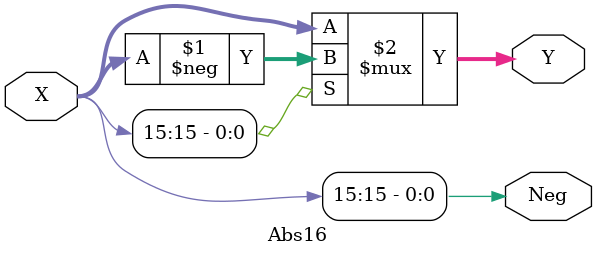
<source format=v>
module Abs16(X,Y,Neg);

	input [15:0] X;
	output [15:0] Y;
	output Neg;
	
	assign Neg = X[15];
	assign Y = Neg ? -X : X;

endmodule

</source>
